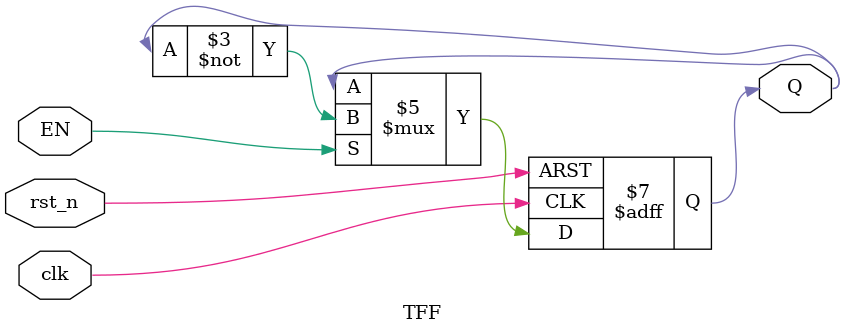
<source format=v>


//     // wire clkN, D, DQ, S, DN;

//     // INVD0BWP lib_invclk(.I(clk), .ZN(clkN));

//     // LHD1BWP lib_dlatch0(.E(clkN), .D(D), .Q(DQ));
//     // AN2D0BWP lib_and0(.A1(clk), .A2(EN), .Z(S));

//     // MUX2D0BWP lib_mux0(.I0(DN), .I1(DQ), .S(S), .Z(Q));
//     // INVD0BWP lib_inv0(.I(D), .ZN(DN));
//     // INVD0BWP lib_inv1(.I(Q), .ZN(D));

//     reg S, DN;
//     wire clkN, DQ, D;
//     INVD0BWP30P140ULVT lib_invclk(.I(clk), .ZN(clkN));
//     LHCNDQD1BWP30P140ULVT lib_dlatch0(.E(clkN), .CDN(rst_n), .D(D), .Q(DQ));
//     always@(*) begin
//         if(!rst_n) S = 1'b0;
//         else S = clk & EN;
//     end
//     MUX2D0BWP30P140ULVT lib_mux0(.I0(DN), .I1(DQ), .S(S), .Z(Q));
    
//     always@(*) begin
//         if(!rst_n) DN = 1'b0;
//         else DN = ~D;
//     end
//     // always@(*) begin
//     //     if(!rst_n) D = 1'b0;
//     //     else D = ~Q;
//     // end
//     INVD0BWP30P140ULVT lib_inv1(.I(Q), .ZN(D));
    
// endmodule

module TFF (input wire clk,
            input wire rst_n,
            input wire EN,
            output reg Q);

        always @(posedge clk or negedge rst_n) begin
            if(!rst_n)
                Q <= 1'b0;
            else if(EN)
                Q <= ~Q;
            else Q <= Q;
        end

endmodule
</source>
